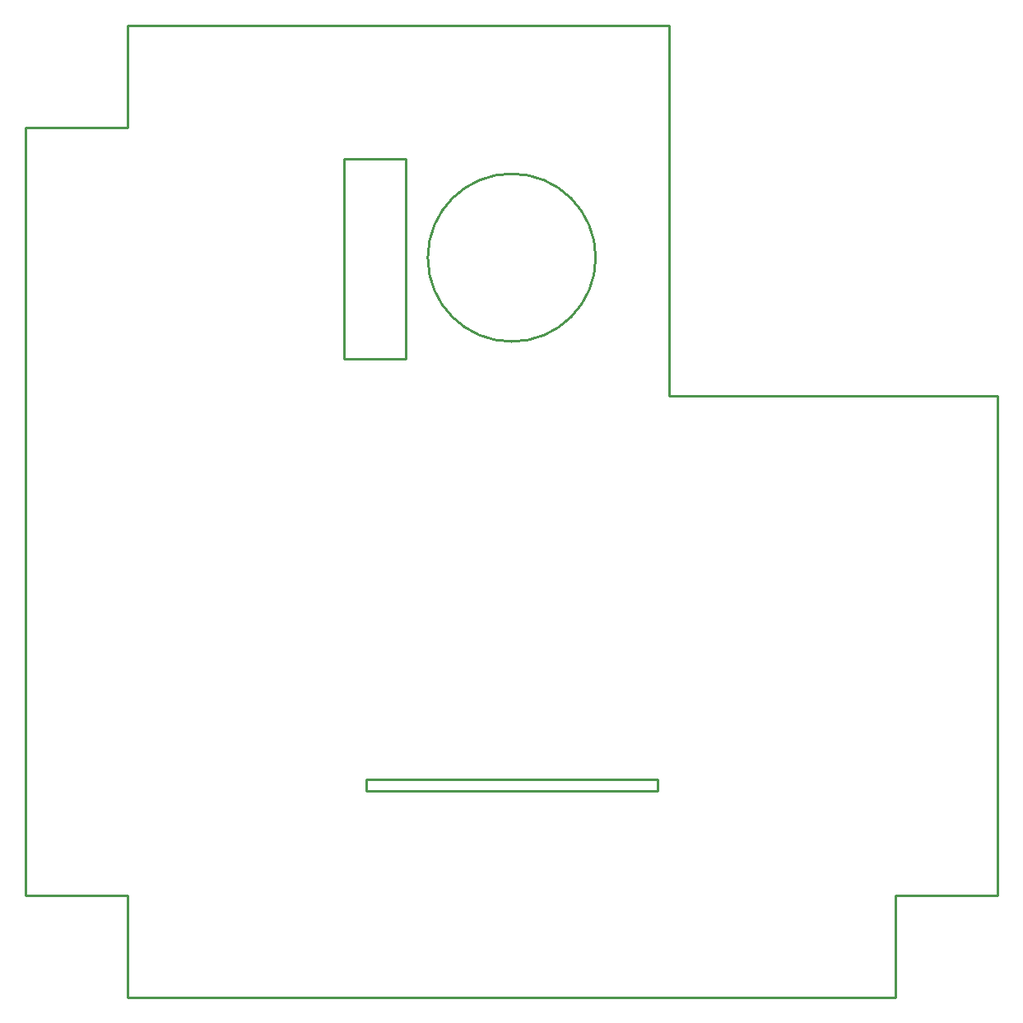
<source format=gbr>
%TF.GenerationSoftware,KiCad,Pcbnew,8.0.6*%
%TF.CreationDate,2024-11-16T19:42:13-05:00*%
%TF.ProjectId,payload_board,7061796c-6f61-4645-9f62-6f6172642e6b,0.7.4*%
%TF.SameCoordinates,Original*%
%TF.FileFunction,Profile,NP*%
%FSLAX46Y46*%
G04 Gerber Fmt 4.6, Leading zero omitted, Abs format (unit mm)*
G04 Created by KiCad (PCBNEW 8.0.6) date 2024-11-16 19:42:13*
%MOMM*%
%LPD*%
G01*
G04 APERTURE LIST*
%TA.AperFunction,Profile*%
%ADD10C,0.250000*%
%TD*%
G04 APERTURE END LIST*
D10*
X45722243Y-26718286D02*
X52133003Y-26718286D01*
X48028996Y-91764600D02*
X48028996Y-90504600D01*
X12988996Y-23474600D02*
X12988996Y-102474600D01*
X12988996Y-102474600D02*
X23488996Y-102474600D01*
X78028996Y-91764600D02*
X48028996Y-91764600D01*
X112988996Y-51085346D02*
X79171796Y-51085346D01*
X102488996Y-112974600D02*
X102488996Y-102474600D01*
X52133003Y-47292286D02*
X45722243Y-47292286D01*
X23491996Y-13000000D02*
X23488996Y-23474600D01*
X23488996Y-23474600D02*
X12988996Y-23474600D01*
X23488996Y-102474600D02*
X23488996Y-112974600D01*
X78028996Y-90504600D02*
X78028996Y-91764600D01*
X112988996Y-102474600D02*
X112988996Y-51085346D01*
X102488996Y-102474600D02*
X112988996Y-102474600D01*
X45722243Y-47292286D02*
X45722243Y-26718286D01*
X71637127Y-36868243D02*
G75*
G02*
X54365127Y-36868243I-8636000J0D01*
G01*
X54365127Y-36868243D02*
G75*
G02*
X71637127Y-36868243I8636000J0D01*
G01*
X52133003Y-26718286D02*
X52133003Y-47292286D01*
X48028996Y-90504600D02*
X78028996Y-90504600D01*
X79171796Y-13000000D02*
X23491996Y-13000000D01*
X23488996Y-112974600D02*
X102488996Y-112974600D01*
X79171796Y-51085346D02*
X79171796Y-13000000D01*
M02*

</source>
